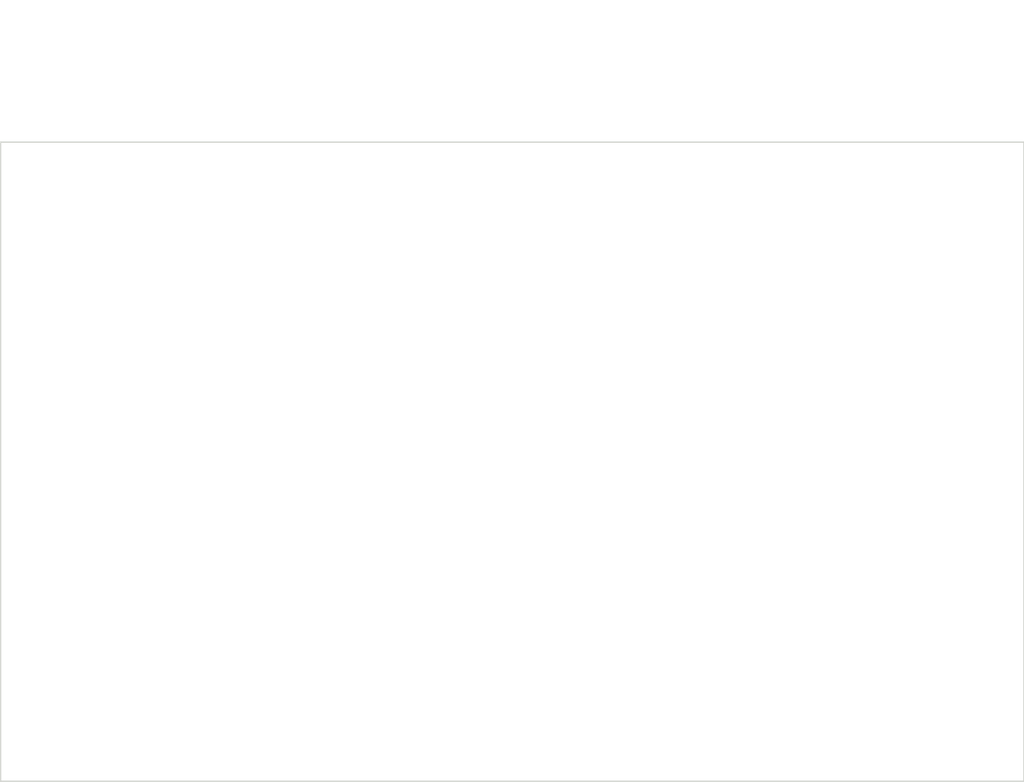
<source format=kicad_pcb>
(kicad_pcb
	(version 20240108)
	(generator "pcbnew")
	(generator_version "8.0")
	(general
		(thickness 1.6)
		(legacy_teardrops no)
	)
	(paper "A4")
	(layers
		(0 "F.Cu" signal)
		(31 "B.Cu" signal)
		(32 "B.Adhes" user "B.Adhesive")
		(33 "F.Adhes" user "F.Adhesive")
		(34 "B.Paste" user)
		(35 "F.Paste" user)
		(36 "B.SilkS" user "B.Silkscreen")
		(37 "F.SilkS" user "F.Silkscreen")
		(38 "B.Mask" user)
		(39 "F.Mask" user)
		(40 "Dwgs.User" user "User.Drawings")
		(41 "Cmts.User" user "User.Comments")
		(42 "Eco1.User" user "User.Eco1")
		(43 "Eco2.User" user "User.Eco2")
		(44 "Edge.Cuts" user)
		(45 "Margin" user)
		(46 "B.CrtYd" user "B.Courtyard")
		(47 "F.CrtYd" user "F.Courtyard")
		(48 "B.Fab" user)
		(49 "F.Fab" user)
		(50 "User.1" user)
		(51 "User.2" user)
		(52 "User.3" user)
		(53 "User.4" user)
		(54 "User.5" user)
		(55 "User.6" user)
		(56 "User.7" user)
		(57 "User.8" user)
		(58 "User.9" user)
	)
	(setup
		(pad_to_mask_clearance 0)
		(allow_soldermask_bridges_in_footprints no)
		(pcbplotparams
			(layerselection 0x00010fc_ffffffff)
			(plot_on_all_layers_selection 0x0000000_00000000)
			(disableapertmacros no)
			(usegerberextensions no)
			(usegerberattributes yes)
			(usegerberadvancedattributes yes)
			(creategerberjobfile yes)
			(dashed_line_dash_ratio 12.000000)
			(dashed_line_gap_ratio 3.000000)
			(svgprecision 4)
			(plotframeref no)
			(viasonmask no)
			(mode 1)
			(useauxorigin no)
			(hpglpennumber 1)
			(hpglpenspeed 20)
			(hpglpendiameter 15.000000)
			(pdf_front_fp_property_popups yes)
			(pdf_back_fp_property_popups yes)
			(dxfpolygonmode yes)
			(dxfimperialunits yes)
			(dxfusepcbnewfont yes)
			(psnegative no)
			(psa4output no)
			(plotreference yes)
			(plotvalue yes)
			(plotfptext yes)
			(plotinvisibletext no)
			(sketchpadsonfab no)
			(subtractmaskfromsilk no)
			(outputformat 1)
			(mirror no)
			(drillshape 1)
			(scaleselection 1)
			(outputdirectory "")
		)
	)
	(net 0 "")
	(gr_line
		(start 117.5 85)
		(end 117.5 110)
		(stroke
			(width 0.05)
			(type default)
		)
		(layer "Edge.Cuts")
		(uuid "599d288e-1ee8-4f4f-93c2-236c5e541111")
	)
	(gr_line
		(start 117.5 110)
		(end 157.5 110)
		(stroke
			(width 0.05)
			(type default)
		)
		(layer "Edge.Cuts")
		(uuid "62eafc53-e373-40a0-8d15-068a2f55c60f")
	)
	(gr_line
		(start 157.5 85)
		(end 117.5 85)
		(stroke
			(width 0.05)
			(type default)
		)
		(layer "Edge.Cuts")
		(uuid "d3af85d1-4165-438c-b0bb-bc151b85bc4f")
	)
	(gr_line
		(start 157.5 110)
		(end 157.5 85)
		(stroke
			(width 0.05)
			(type default)
		)
		(layer "Edge.Cuts")
		(uuid "ea0b8639-0bfb-46d4-8e49-a97f4266674e")
	)
	(gr_text "Cuadro de Trabajo\n4 cm x 3 cm"
		(at 117.5 82.5 0)
		(layer "B.Mask")
		(uuid "9383c547-a0ed-4e93-b14f-e661790c6aa6")
		(effects
			(font
				(size 1 1)
				(thickness 0.15)
			)
			(justify left bottom)
		)
	)
)

</source>
